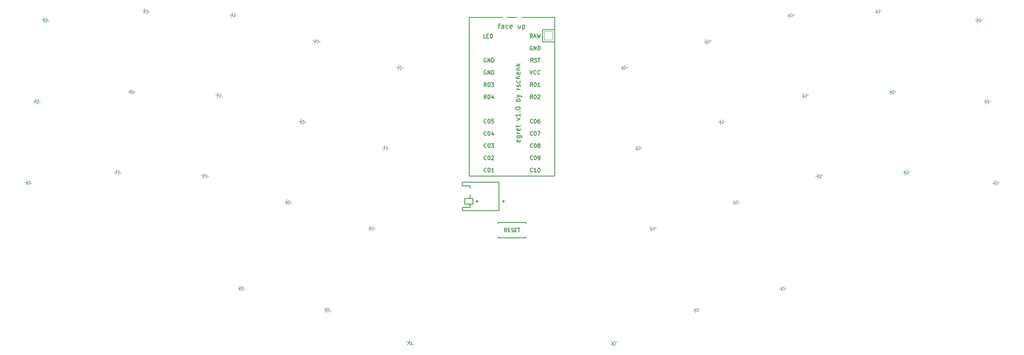
<source format=gbr>
%TF.GenerationSoftware,KiCad,Pcbnew,(6.0.7-1)-1*%
%TF.CreationDate,2022-09-13T20:48:51-04:00*%
%TF.ProjectId,egret,65677265-742e-46b6-9963-61645f706362,v1.0.0*%
%TF.SameCoordinates,Original*%
%TF.FileFunction,Legend,Top*%
%TF.FilePolarity,Positive*%
%FSLAX46Y46*%
G04 Gerber Fmt 4.6, Leading zero omitted, Abs format (unit mm)*
G04 Created by KiCad (PCBNEW (6.0.7-1)-1) date 2022-09-13 20:48:51*
%MOMM*%
%LPD*%
G01*
G04 APERTURE LIST*
G04 Aperture macros list*
%AMRoundRect*
0 Rectangle with rounded corners*
0 $1 Rounding radius*
0 $2 $3 $4 $5 $6 $7 $8 $9 X,Y pos of 4 corners*
0 Add a 4 corners polygon primitive as box body*
4,1,4,$2,$3,$4,$5,$6,$7,$8,$9,$2,$3,0*
0 Add four circle primitives for the rounded corners*
1,1,$1+$1,$2,$3*
1,1,$1+$1,$4,$5*
1,1,$1+$1,$6,$7*
1,1,$1+$1,$8,$9*
0 Add four rect primitives between the rounded corners*
20,1,$1+$1,$2,$3,$4,$5,0*
20,1,$1+$1,$4,$5,$6,$7,0*
20,1,$1+$1,$6,$7,$8,$9,0*
20,1,$1+$1,$8,$9,$2,$3,0*%
G04 Aperture macros list end*
%ADD10C,0.150000*%
%ADD11C,0.100000*%
%ADD12R,1.752600X1.752600*%
%ADD13C,1.752600*%
%ADD14C,1.100000*%
%ADD15RoundRect,0.050000X-0.547352X-0.512743X0.338975X-0.669026X0.547352X0.512743X-0.338975X0.669026X0*%
%ADD16C,1.801800*%
%ADD17C,3.100000*%
%ADD18C,3.529000*%
%ADD19RoundRect,0.050000X-0.876300X0.876300X-0.876300X-0.876300X0.876300X-0.876300X0.876300X0.876300X0*%
%ADD20C,1.852600*%
%ADD21RoundRect,0.050000X-0.667480X-0.342009X0.141435X-0.736543X0.667480X0.342009X-0.141435X0.736543X0*%
%ADD22RoundRect,0.050000X-0.338975X-0.669026X0.547352X-0.512743X0.338975X0.669026X-0.547352X0.512743X0*%
%ADD23C,4.500000*%
%ADD24RoundRect,0.050000X-0.510252X-0.549675X0.384818X-0.643751X0.510252X0.549675X-0.384818X0.643751X0*%
%ADD25RoundRect,0.050000X0.850000X-0.600000X0.850000X0.600000X-0.850000X0.600000X-0.850000X-0.600000X0*%
%ADD26O,1.800000X1.300000*%
%ADD27RoundRect,0.050000X-0.242565X-0.709692X0.613386X-0.431576X0.242565X0.709692X-0.613386X0.431576X0*%
%ADD28RoundRect,0.050000X-0.384818X-0.643751X0.510252X-0.549675X0.384818X0.643751X-0.510252X0.549675X0*%
%ADD29RoundRect,0.050000X-0.141435X-0.736543X0.667480X-0.342009X0.141435X0.736543X-0.667480X0.342009X0*%
%ADD30C,2.100000*%
%ADD31RoundRect,0.050000X-0.613386X-0.431576X0.242565X-0.709692X0.613386X0.431576X-0.242565X0.709692X0*%
G04 APERTURE END LIST*
D10*
X208129761Y-107214285D02*
X208177380Y-107309523D01*
X208177380Y-107500000D01*
X208129761Y-107595238D01*
X208034523Y-107642857D01*
X207653571Y-107642857D01*
X207558333Y-107595238D01*
X207510714Y-107500000D01*
X207510714Y-107309523D01*
X207558333Y-107214285D01*
X207653571Y-107166666D01*
X207748809Y-107166666D01*
X207844047Y-107642857D01*
X207510714Y-106309523D02*
X208320238Y-106309523D01*
X208415476Y-106357142D01*
X208463095Y-106404761D01*
X208510714Y-106500000D01*
X208510714Y-106642857D01*
X208463095Y-106738095D01*
X208129761Y-106309523D02*
X208177380Y-106404761D01*
X208177380Y-106595238D01*
X208129761Y-106690476D01*
X208082142Y-106738095D01*
X207986904Y-106785714D01*
X207701190Y-106785714D01*
X207605952Y-106738095D01*
X207558333Y-106690476D01*
X207510714Y-106595238D01*
X207510714Y-106404761D01*
X207558333Y-106309523D01*
X208177380Y-105833333D02*
X207510714Y-105833333D01*
X207701190Y-105833333D02*
X207605952Y-105785714D01*
X207558333Y-105738095D01*
X207510714Y-105642857D01*
X207510714Y-105547619D01*
X208129761Y-104833333D02*
X208177380Y-104928571D01*
X208177380Y-105119047D01*
X208129761Y-105214285D01*
X208034523Y-105261904D01*
X207653571Y-105261904D01*
X207558333Y-105214285D01*
X207510714Y-105119047D01*
X207510714Y-104928571D01*
X207558333Y-104833333D01*
X207653571Y-104785714D01*
X207748809Y-104785714D01*
X207844047Y-105261904D01*
X207510714Y-104500000D02*
X207510714Y-104119047D01*
X207177380Y-104357142D02*
X208034523Y-104357142D01*
X208129761Y-104309523D01*
X208177380Y-104214285D01*
X208177380Y-104119047D01*
X207510714Y-103119047D02*
X208177380Y-102880952D01*
X207510714Y-102642857D01*
X208177380Y-101738095D02*
X208177380Y-102309523D01*
X208177380Y-102023809D02*
X207177380Y-102023809D01*
X207320238Y-102119047D01*
X207415476Y-102214285D01*
X207463095Y-102309523D01*
X208082142Y-101309523D02*
X208129761Y-101261904D01*
X208177380Y-101309523D01*
X208129761Y-101357142D01*
X208082142Y-101309523D01*
X208177380Y-101309523D01*
X207177380Y-100642857D02*
X207177380Y-100547619D01*
X207225000Y-100452380D01*
X207272619Y-100404761D01*
X207367857Y-100357142D01*
X207558333Y-100309523D01*
X207796428Y-100309523D01*
X207986904Y-100357142D01*
X208082142Y-100404761D01*
X208129761Y-100452380D01*
X208177380Y-100547619D01*
X208177380Y-100642857D01*
X208129761Y-100738095D01*
X208082142Y-100785714D01*
X207986904Y-100833333D01*
X207796428Y-100880952D01*
X207558333Y-100880952D01*
X207367857Y-100833333D01*
X207272619Y-100785714D01*
X207225000Y-100738095D01*
X207177380Y-100642857D01*
X208177380Y-99119047D02*
X207177380Y-99119047D01*
X207558333Y-99119047D02*
X207510714Y-99023809D01*
X207510714Y-98833333D01*
X207558333Y-98738095D01*
X207605952Y-98690476D01*
X207701190Y-98642857D01*
X207986904Y-98642857D01*
X208082142Y-98690476D01*
X208129761Y-98738095D01*
X208177380Y-98833333D01*
X208177380Y-99023809D01*
X208129761Y-99119047D01*
X207510714Y-98309523D02*
X208177380Y-98071428D01*
X207510714Y-97833333D02*
X208177380Y-98071428D01*
X208415476Y-98166666D01*
X208463095Y-98214285D01*
X208510714Y-98309523D01*
X208177380Y-96690476D02*
X207510714Y-96690476D01*
X207701190Y-96690476D02*
X207605952Y-96642857D01*
X207558333Y-96595238D01*
X207510714Y-96500000D01*
X207510714Y-96404761D01*
X208129761Y-96119047D02*
X208177380Y-96023809D01*
X208177380Y-95833333D01*
X208129761Y-95738095D01*
X208034523Y-95690476D01*
X207986904Y-95690476D01*
X207891666Y-95738095D01*
X207844047Y-95833333D01*
X207844047Y-95976190D01*
X207796428Y-96071428D01*
X207701190Y-96119047D01*
X207653571Y-96119047D01*
X207558333Y-96071428D01*
X207510714Y-95976190D01*
X207510714Y-95833333D01*
X207558333Y-95738095D01*
X208129761Y-94833333D02*
X208177380Y-94928571D01*
X208177380Y-95119047D01*
X208129761Y-95214285D01*
X208082142Y-95261904D01*
X207986904Y-95309523D01*
X207701190Y-95309523D01*
X207605952Y-95261904D01*
X207558333Y-95214285D01*
X207510714Y-95119047D01*
X207510714Y-94928571D01*
X207558333Y-94833333D01*
X208177380Y-94404761D02*
X207177380Y-94404761D01*
X208177380Y-93976190D02*
X207653571Y-93976190D01*
X207558333Y-94023809D01*
X207510714Y-94119047D01*
X207510714Y-94261904D01*
X207558333Y-94357142D01*
X207605952Y-94404761D01*
X208129761Y-93119047D02*
X208177380Y-93214285D01*
X208177380Y-93404761D01*
X208129761Y-93500000D01*
X208034523Y-93547619D01*
X207653571Y-93547619D01*
X207558333Y-93500000D01*
X207510714Y-93404761D01*
X207510714Y-93214285D01*
X207558333Y-93119047D01*
X207653571Y-93071428D01*
X207748809Y-93071428D01*
X207844047Y-93547619D01*
X207510714Y-92642857D02*
X208177380Y-92642857D01*
X207605952Y-92642857D02*
X207558333Y-92595238D01*
X207510714Y-92500000D01*
X207510714Y-92357142D01*
X207558333Y-92261904D01*
X207653571Y-92214285D01*
X208177380Y-92214285D01*
X208177380Y-91738095D02*
X207177380Y-91738095D01*
X207796428Y-91642857D02*
X208177380Y-91357142D01*
X207510714Y-91357142D02*
X207891666Y-91738095D01*
X203639285Y-83285714D02*
X204020238Y-83285714D01*
X203782142Y-83952380D02*
X203782142Y-83095238D01*
X203829761Y-83000000D01*
X203925000Y-82952380D01*
X204020238Y-82952380D01*
X204782142Y-83952380D02*
X204782142Y-83428571D01*
X204734523Y-83333333D01*
X204639285Y-83285714D01*
X204448809Y-83285714D01*
X204353571Y-83333333D01*
X204782142Y-83904761D02*
X204686904Y-83952380D01*
X204448809Y-83952380D01*
X204353571Y-83904761D01*
X204305952Y-83809523D01*
X204305952Y-83714285D01*
X204353571Y-83619047D01*
X204448809Y-83571428D01*
X204686904Y-83571428D01*
X204782142Y-83523809D01*
X205686904Y-83904761D02*
X205591666Y-83952380D01*
X205401190Y-83952380D01*
X205305952Y-83904761D01*
X205258333Y-83857142D01*
X205210714Y-83761904D01*
X205210714Y-83476190D01*
X205258333Y-83380952D01*
X205305952Y-83333333D01*
X205401190Y-83285714D01*
X205591666Y-83285714D01*
X205686904Y-83333333D01*
X206496428Y-83904761D02*
X206401190Y-83952380D01*
X206210714Y-83952380D01*
X206115476Y-83904761D01*
X206067857Y-83809523D01*
X206067857Y-83428571D01*
X206115476Y-83333333D01*
X206210714Y-83285714D01*
X206401190Y-83285714D01*
X206496428Y-83333333D01*
X206544047Y-83428571D01*
X206544047Y-83523809D01*
X206067857Y-83619047D01*
X208163095Y-83285714D02*
X208163095Y-83952380D01*
X207734523Y-83285714D02*
X207734523Y-83809523D01*
X207782142Y-83904761D01*
X207877380Y-83952380D01*
X208020238Y-83952380D01*
X208115476Y-83904761D01*
X208163095Y-83857142D01*
X208639285Y-83285714D02*
X208639285Y-84285714D01*
X208639285Y-83333333D02*
X208734523Y-83285714D01*
X208925000Y-83285714D01*
X209020238Y-83333333D01*
X209067857Y-83380952D01*
X209115476Y-83476190D01*
X209115476Y-83761904D01*
X209067857Y-83857142D01*
X209020238Y-83904761D01*
X208925000Y-83952380D01*
X208734523Y-83952380D01*
X208639285Y-83904761D01*
%TO.C,MCU1*%
X201140845Y-108692261D02*
X201102750Y-108730356D01*
X200988464Y-108768451D01*
X200912273Y-108768451D01*
X200797988Y-108730356D01*
X200721797Y-108654166D01*
X200683702Y-108577975D01*
X200645607Y-108425594D01*
X200645607Y-108311308D01*
X200683702Y-108158927D01*
X200721797Y-108082737D01*
X200797988Y-108006547D01*
X200912273Y-107968451D01*
X200988464Y-107968451D01*
X201102750Y-108006547D01*
X201140845Y-108044642D01*
X201636083Y-107968451D02*
X201712273Y-107968451D01*
X201788464Y-108006547D01*
X201826559Y-108044642D01*
X201864654Y-108120832D01*
X201902750Y-108273213D01*
X201902750Y-108463689D01*
X201864654Y-108616070D01*
X201826559Y-108692261D01*
X201788464Y-108730356D01*
X201712273Y-108768451D01*
X201636083Y-108768451D01*
X201559892Y-108730356D01*
X201521797Y-108692261D01*
X201483702Y-108616070D01*
X201445607Y-108463689D01*
X201445607Y-108273213D01*
X201483702Y-108120832D01*
X201521797Y-108044642D01*
X201559892Y-108006547D01*
X201636083Y-107968451D01*
X202169416Y-107968451D02*
X202664654Y-107968451D01*
X202397988Y-108273213D01*
X202512273Y-108273213D01*
X202588464Y-108311308D01*
X202626559Y-108349404D01*
X202664654Y-108425594D01*
X202664654Y-108616070D01*
X202626559Y-108692261D01*
X202588464Y-108730356D01*
X202512273Y-108768451D01*
X202283702Y-108768451D01*
X202207511Y-108730356D01*
X202169416Y-108692261D01*
X200965845Y-85978451D02*
X200584892Y-85978451D01*
X200584892Y-85178451D01*
X201232511Y-85559404D02*
X201499178Y-85559404D01*
X201613464Y-85978451D02*
X201232511Y-85978451D01*
X201232511Y-85178451D01*
X201613464Y-85178451D01*
X201956321Y-85978451D02*
X201956321Y-85178451D01*
X202146797Y-85178451D01*
X202261083Y-85216547D01*
X202337273Y-85292737D01*
X202375369Y-85368927D01*
X202413464Y-85521308D01*
X202413464Y-85635594D01*
X202375369Y-85787975D01*
X202337273Y-85864166D01*
X202261083Y-85940356D01*
X202146797Y-85978451D01*
X201956321Y-85978451D01*
X201140845Y-106152261D02*
X201102750Y-106190356D01*
X200988464Y-106228451D01*
X200912273Y-106228451D01*
X200797988Y-106190356D01*
X200721797Y-106114166D01*
X200683702Y-106037975D01*
X200645607Y-105885594D01*
X200645607Y-105771308D01*
X200683702Y-105618927D01*
X200721797Y-105542737D01*
X200797988Y-105466547D01*
X200912273Y-105428451D01*
X200988464Y-105428451D01*
X201102750Y-105466547D01*
X201140845Y-105504642D01*
X201636083Y-105428451D02*
X201712273Y-105428451D01*
X201788464Y-105466547D01*
X201826559Y-105504642D01*
X201864654Y-105580832D01*
X201902750Y-105733213D01*
X201902750Y-105923689D01*
X201864654Y-106076070D01*
X201826559Y-106152261D01*
X201788464Y-106190356D01*
X201712273Y-106228451D01*
X201636083Y-106228451D01*
X201559892Y-106190356D01*
X201521797Y-106152261D01*
X201483702Y-106076070D01*
X201445607Y-105923689D01*
X201445607Y-105733213D01*
X201483702Y-105580832D01*
X201521797Y-105504642D01*
X201559892Y-105466547D01*
X201636083Y-105428451D01*
X202588464Y-105695118D02*
X202588464Y-106228451D01*
X202397988Y-105390356D02*
X202207511Y-105961785D01*
X202702750Y-105961785D01*
X210740845Y-113772261D02*
X210702750Y-113810356D01*
X210588464Y-113848451D01*
X210512273Y-113848451D01*
X210397988Y-113810356D01*
X210321797Y-113734166D01*
X210283702Y-113657975D01*
X210245607Y-113505594D01*
X210245607Y-113391308D01*
X210283702Y-113238927D01*
X210321797Y-113162737D01*
X210397988Y-113086547D01*
X210512273Y-113048451D01*
X210588464Y-113048451D01*
X210702750Y-113086547D01*
X210740845Y-113124642D01*
X211502750Y-113848451D02*
X211045607Y-113848451D01*
X211274178Y-113848451D02*
X211274178Y-113048451D01*
X211197988Y-113162737D01*
X211121797Y-113238927D01*
X211045607Y-113277023D01*
X211997988Y-113048451D02*
X212074178Y-113048451D01*
X212150369Y-113086547D01*
X212188464Y-113124642D01*
X212226559Y-113200832D01*
X212264654Y-113353213D01*
X212264654Y-113543689D01*
X212226559Y-113696070D01*
X212188464Y-113772261D01*
X212150369Y-113810356D01*
X212074178Y-113848451D01*
X211997988Y-113848451D01*
X211921797Y-113810356D01*
X211883702Y-113772261D01*
X211845607Y-113696070D01*
X211807511Y-113543689D01*
X211807511Y-113353213D01*
X211845607Y-113200832D01*
X211883702Y-113124642D01*
X211921797Y-113086547D01*
X211997988Y-113048451D01*
X210740845Y-103612261D02*
X210702750Y-103650356D01*
X210588464Y-103688451D01*
X210512273Y-103688451D01*
X210397988Y-103650356D01*
X210321797Y-103574166D01*
X210283702Y-103497975D01*
X210245607Y-103345594D01*
X210245607Y-103231308D01*
X210283702Y-103078927D01*
X210321797Y-103002737D01*
X210397988Y-102926547D01*
X210512273Y-102888451D01*
X210588464Y-102888451D01*
X210702750Y-102926547D01*
X210740845Y-102964642D01*
X211236083Y-102888451D02*
X211312273Y-102888451D01*
X211388464Y-102926547D01*
X211426559Y-102964642D01*
X211464654Y-103040832D01*
X211502750Y-103193213D01*
X211502750Y-103383689D01*
X211464654Y-103536070D01*
X211426559Y-103612261D01*
X211388464Y-103650356D01*
X211312273Y-103688451D01*
X211236083Y-103688451D01*
X211159892Y-103650356D01*
X211121797Y-103612261D01*
X211083702Y-103536070D01*
X211045607Y-103383689D01*
X211045607Y-103193213D01*
X211083702Y-103040832D01*
X211121797Y-102964642D01*
X211159892Y-102926547D01*
X211236083Y-102888451D01*
X212188464Y-102888451D02*
X212036083Y-102888451D01*
X211959892Y-102926547D01*
X211921797Y-102964642D01*
X211845607Y-103078927D01*
X211807511Y-103231308D01*
X211807511Y-103536070D01*
X211845607Y-103612261D01*
X211883702Y-103650356D01*
X211959892Y-103688451D01*
X212112273Y-103688451D01*
X212188464Y-103650356D01*
X212226559Y-103612261D01*
X212264654Y-103536070D01*
X212264654Y-103345594D01*
X212226559Y-103269404D01*
X212188464Y-103231308D01*
X212112273Y-103193213D01*
X211959892Y-103193213D01*
X211883702Y-103231308D01*
X211845607Y-103269404D01*
X211807511Y-103345594D01*
X210702750Y-85908451D02*
X210436083Y-85527499D01*
X210245607Y-85908451D02*
X210245607Y-85108451D01*
X210550369Y-85108451D01*
X210626559Y-85146547D01*
X210664654Y-85184642D01*
X210702750Y-85260832D01*
X210702750Y-85375118D01*
X210664654Y-85451308D01*
X210626559Y-85489404D01*
X210550369Y-85527499D01*
X210245607Y-85527499D01*
X211007511Y-85679880D02*
X211388464Y-85679880D01*
X210931321Y-85908451D02*
X211197988Y-85108451D01*
X211464654Y-85908451D01*
X211655131Y-85108451D02*
X211845607Y-85908451D01*
X211997988Y-85337023D01*
X212150369Y-85908451D01*
X212340845Y-85108451D01*
X210188464Y-92728451D02*
X210455131Y-93528451D01*
X210721797Y-92728451D01*
X211445607Y-93452261D02*
X211407511Y-93490356D01*
X211293226Y-93528451D01*
X211217035Y-93528451D01*
X211102750Y-93490356D01*
X211026559Y-93414166D01*
X210988464Y-93337975D01*
X210950369Y-93185594D01*
X210950369Y-93071308D01*
X210988464Y-92918927D01*
X211026559Y-92842737D01*
X211102750Y-92766547D01*
X211217035Y-92728451D01*
X211293226Y-92728451D01*
X211407511Y-92766547D01*
X211445607Y-92804642D01*
X212245607Y-93452261D02*
X212207511Y-93490356D01*
X212093226Y-93528451D01*
X212017035Y-93528451D01*
X211902750Y-93490356D01*
X211826559Y-93414166D01*
X211788464Y-93337975D01*
X211750369Y-93185594D01*
X211750369Y-93071308D01*
X211788464Y-92918927D01*
X211826559Y-92842737D01*
X211902750Y-92766547D01*
X212017035Y-92728451D01*
X212093226Y-92728451D01*
X212207511Y-92766547D01*
X212245607Y-92804642D01*
X201045607Y-92766547D02*
X200969416Y-92728451D01*
X200855131Y-92728451D01*
X200740845Y-92766547D01*
X200664654Y-92842737D01*
X200626559Y-92918927D01*
X200588464Y-93071308D01*
X200588464Y-93185594D01*
X200626559Y-93337975D01*
X200664654Y-93414166D01*
X200740845Y-93490356D01*
X200855131Y-93528451D01*
X200931321Y-93528451D01*
X201045607Y-93490356D01*
X201083702Y-93452261D01*
X201083702Y-93185594D01*
X200931321Y-93185594D01*
X201426559Y-93528451D02*
X201426559Y-92728451D01*
X201883702Y-93528451D01*
X201883702Y-92728451D01*
X202264654Y-93528451D02*
X202264654Y-92728451D01*
X202455131Y-92728451D01*
X202569416Y-92766547D01*
X202645607Y-92842737D01*
X202683702Y-92918927D01*
X202721797Y-93071308D01*
X202721797Y-93185594D01*
X202683702Y-93337975D01*
X202645607Y-93414166D01*
X202569416Y-93490356D01*
X202455131Y-93528451D01*
X202264654Y-93528451D01*
X210740845Y-98608451D02*
X210474178Y-98227499D01*
X210283702Y-98608451D02*
X210283702Y-97808451D01*
X210588464Y-97808451D01*
X210664654Y-97846547D01*
X210702750Y-97884642D01*
X210740845Y-97960832D01*
X210740845Y-98075118D01*
X210702750Y-98151308D01*
X210664654Y-98189404D01*
X210588464Y-98227499D01*
X210283702Y-98227499D01*
X211236083Y-97808451D02*
X211312273Y-97808451D01*
X211388464Y-97846547D01*
X211426559Y-97884642D01*
X211464654Y-97960832D01*
X211502750Y-98113213D01*
X211502750Y-98303689D01*
X211464654Y-98456070D01*
X211426559Y-98532261D01*
X211388464Y-98570356D01*
X211312273Y-98608451D01*
X211236083Y-98608451D01*
X211159892Y-98570356D01*
X211121797Y-98532261D01*
X211083702Y-98456070D01*
X211045607Y-98303689D01*
X211045607Y-98113213D01*
X211083702Y-97960832D01*
X211121797Y-97884642D01*
X211159892Y-97846547D01*
X211236083Y-97808451D01*
X211807511Y-97884642D02*
X211845607Y-97846547D01*
X211921797Y-97808451D01*
X212112273Y-97808451D01*
X212188464Y-97846547D01*
X212226559Y-97884642D01*
X212264654Y-97960832D01*
X212264654Y-98037023D01*
X212226559Y-98151308D01*
X211769416Y-98608451D01*
X212264654Y-98608451D01*
X210740845Y-111232261D02*
X210702750Y-111270356D01*
X210588464Y-111308451D01*
X210512273Y-111308451D01*
X210397988Y-111270356D01*
X210321797Y-111194166D01*
X210283702Y-111117975D01*
X210245607Y-110965594D01*
X210245607Y-110851308D01*
X210283702Y-110698927D01*
X210321797Y-110622737D01*
X210397988Y-110546547D01*
X210512273Y-110508451D01*
X210588464Y-110508451D01*
X210702750Y-110546547D01*
X210740845Y-110584642D01*
X211236083Y-110508451D02*
X211312273Y-110508451D01*
X211388464Y-110546547D01*
X211426559Y-110584642D01*
X211464654Y-110660832D01*
X211502750Y-110813213D01*
X211502750Y-111003689D01*
X211464654Y-111156070D01*
X211426559Y-111232261D01*
X211388464Y-111270356D01*
X211312273Y-111308451D01*
X211236083Y-111308451D01*
X211159892Y-111270356D01*
X211121797Y-111232261D01*
X211083702Y-111156070D01*
X211045607Y-111003689D01*
X211045607Y-110813213D01*
X211083702Y-110660832D01*
X211121797Y-110584642D01*
X211159892Y-110546547D01*
X211236083Y-110508451D01*
X211883702Y-111308451D02*
X212036083Y-111308451D01*
X212112273Y-111270356D01*
X212150369Y-111232261D01*
X212226559Y-111117975D01*
X212264654Y-110965594D01*
X212264654Y-110660832D01*
X212226559Y-110584642D01*
X212188464Y-110546547D01*
X212112273Y-110508451D01*
X211959892Y-110508451D01*
X211883702Y-110546547D01*
X211845607Y-110584642D01*
X211807511Y-110660832D01*
X211807511Y-110851308D01*
X211845607Y-110927499D01*
X211883702Y-110965594D01*
X211959892Y-111003689D01*
X212112273Y-111003689D01*
X212188464Y-110965594D01*
X212226559Y-110927499D01*
X212264654Y-110851308D01*
X210740845Y-108692261D02*
X210702750Y-108730356D01*
X210588464Y-108768451D01*
X210512273Y-108768451D01*
X210397988Y-108730356D01*
X210321797Y-108654166D01*
X210283702Y-108577975D01*
X210245607Y-108425594D01*
X210245607Y-108311308D01*
X210283702Y-108158927D01*
X210321797Y-108082737D01*
X210397988Y-108006547D01*
X210512273Y-107968451D01*
X210588464Y-107968451D01*
X210702750Y-108006547D01*
X210740845Y-108044642D01*
X211236083Y-107968451D02*
X211312273Y-107968451D01*
X211388464Y-108006547D01*
X211426559Y-108044642D01*
X211464654Y-108120832D01*
X211502750Y-108273213D01*
X211502750Y-108463689D01*
X211464654Y-108616070D01*
X211426559Y-108692261D01*
X211388464Y-108730356D01*
X211312273Y-108768451D01*
X211236083Y-108768451D01*
X211159892Y-108730356D01*
X211121797Y-108692261D01*
X211083702Y-108616070D01*
X211045607Y-108463689D01*
X211045607Y-108273213D01*
X211083702Y-108120832D01*
X211121797Y-108044642D01*
X211159892Y-108006547D01*
X211236083Y-107968451D01*
X211959892Y-108311308D02*
X211883702Y-108273213D01*
X211845607Y-108235118D01*
X211807511Y-108158927D01*
X211807511Y-108120832D01*
X211845607Y-108044642D01*
X211883702Y-108006547D01*
X211959892Y-107968451D01*
X212112273Y-107968451D01*
X212188464Y-108006547D01*
X212226559Y-108044642D01*
X212264654Y-108120832D01*
X212264654Y-108158927D01*
X212226559Y-108235118D01*
X212188464Y-108273213D01*
X212112273Y-108311308D01*
X211959892Y-108311308D01*
X211883702Y-108349404D01*
X211845607Y-108387499D01*
X211807511Y-108463689D01*
X211807511Y-108616070D01*
X211845607Y-108692261D01*
X211883702Y-108730356D01*
X211959892Y-108768451D01*
X212112273Y-108768451D01*
X212188464Y-108730356D01*
X212226559Y-108692261D01*
X212264654Y-108616070D01*
X212264654Y-108463689D01*
X212226559Y-108387499D01*
X212188464Y-108349404D01*
X212112273Y-108311308D01*
X201140845Y-111232261D02*
X201102750Y-111270356D01*
X200988464Y-111308451D01*
X200912273Y-111308451D01*
X200797988Y-111270356D01*
X200721797Y-111194166D01*
X200683702Y-111117975D01*
X200645607Y-110965594D01*
X200645607Y-110851308D01*
X200683702Y-110698927D01*
X200721797Y-110622737D01*
X200797988Y-110546547D01*
X200912273Y-110508451D01*
X200988464Y-110508451D01*
X201102750Y-110546547D01*
X201140845Y-110584642D01*
X201636083Y-110508451D02*
X201712273Y-110508451D01*
X201788464Y-110546547D01*
X201826559Y-110584642D01*
X201864654Y-110660832D01*
X201902750Y-110813213D01*
X201902750Y-111003689D01*
X201864654Y-111156070D01*
X201826559Y-111232261D01*
X201788464Y-111270356D01*
X201712273Y-111308451D01*
X201636083Y-111308451D01*
X201559892Y-111270356D01*
X201521797Y-111232261D01*
X201483702Y-111156070D01*
X201445607Y-111003689D01*
X201445607Y-110813213D01*
X201483702Y-110660832D01*
X201521797Y-110584642D01*
X201559892Y-110546547D01*
X201636083Y-110508451D01*
X202207511Y-110584642D02*
X202245607Y-110546547D01*
X202321797Y-110508451D01*
X202512273Y-110508451D01*
X202588464Y-110546547D01*
X202626559Y-110584642D01*
X202664654Y-110660832D01*
X202664654Y-110737023D01*
X202626559Y-110851308D01*
X202169416Y-111308451D01*
X202664654Y-111308451D01*
X210740845Y-106152261D02*
X210702750Y-106190356D01*
X210588464Y-106228451D01*
X210512273Y-106228451D01*
X210397988Y-106190356D01*
X210321797Y-106114166D01*
X210283702Y-106037975D01*
X210245607Y-105885594D01*
X210245607Y-105771308D01*
X210283702Y-105618927D01*
X210321797Y-105542737D01*
X210397988Y-105466547D01*
X210512273Y-105428451D01*
X210588464Y-105428451D01*
X210702750Y-105466547D01*
X210740845Y-105504642D01*
X211236083Y-105428451D02*
X211312273Y-105428451D01*
X211388464Y-105466547D01*
X211426559Y-105504642D01*
X211464654Y-105580832D01*
X211502750Y-105733213D01*
X211502750Y-105923689D01*
X211464654Y-106076070D01*
X211426559Y-106152261D01*
X211388464Y-106190356D01*
X211312273Y-106228451D01*
X211236083Y-106228451D01*
X211159892Y-106190356D01*
X211121797Y-106152261D01*
X211083702Y-106076070D01*
X211045607Y-105923689D01*
X211045607Y-105733213D01*
X211083702Y-105580832D01*
X211121797Y-105504642D01*
X211159892Y-105466547D01*
X211236083Y-105428451D01*
X211769416Y-105428451D02*
X212302750Y-105428451D01*
X211959892Y-106228451D01*
X201045607Y-90226547D02*
X200969416Y-90188451D01*
X200855131Y-90188451D01*
X200740845Y-90226547D01*
X200664654Y-90302737D01*
X200626559Y-90378927D01*
X200588464Y-90531308D01*
X200588464Y-90645594D01*
X200626559Y-90797975D01*
X200664654Y-90874166D01*
X200740845Y-90950356D01*
X200855131Y-90988451D01*
X200931321Y-90988451D01*
X201045607Y-90950356D01*
X201083702Y-90912261D01*
X201083702Y-90645594D01*
X200931321Y-90645594D01*
X201426559Y-90988451D02*
X201426559Y-90188451D01*
X201883702Y-90988451D01*
X201883702Y-90188451D01*
X202264654Y-90988451D02*
X202264654Y-90188451D01*
X202455131Y-90188451D01*
X202569416Y-90226547D01*
X202645607Y-90302737D01*
X202683702Y-90378927D01*
X202721797Y-90531308D01*
X202721797Y-90645594D01*
X202683702Y-90797975D01*
X202645607Y-90874166D01*
X202569416Y-90950356D01*
X202455131Y-90988451D01*
X202264654Y-90988451D01*
X201140845Y-113772261D02*
X201102750Y-113810356D01*
X200988464Y-113848451D01*
X200912273Y-113848451D01*
X200797988Y-113810356D01*
X200721797Y-113734166D01*
X200683702Y-113657975D01*
X200645607Y-113505594D01*
X200645607Y-113391308D01*
X200683702Y-113238927D01*
X200721797Y-113162737D01*
X200797988Y-113086547D01*
X200912273Y-113048451D01*
X200988464Y-113048451D01*
X201102750Y-113086547D01*
X201140845Y-113124642D01*
X201636083Y-113048451D02*
X201712273Y-113048451D01*
X201788464Y-113086547D01*
X201826559Y-113124642D01*
X201864654Y-113200832D01*
X201902750Y-113353213D01*
X201902750Y-113543689D01*
X201864654Y-113696070D01*
X201826559Y-113772261D01*
X201788464Y-113810356D01*
X201712273Y-113848451D01*
X201636083Y-113848451D01*
X201559892Y-113810356D01*
X201521797Y-113772261D01*
X201483702Y-113696070D01*
X201445607Y-113543689D01*
X201445607Y-113353213D01*
X201483702Y-113200832D01*
X201521797Y-113124642D01*
X201559892Y-113086547D01*
X201636083Y-113048451D01*
X202664654Y-113848451D02*
X202207511Y-113848451D01*
X202436083Y-113848451D02*
X202436083Y-113048451D01*
X202359892Y-113162737D01*
X202283702Y-113238927D01*
X202207511Y-113277023D01*
X210645607Y-87686547D02*
X210569416Y-87648451D01*
X210455131Y-87648451D01*
X210340845Y-87686547D01*
X210264654Y-87762737D01*
X210226559Y-87838927D01*
X210188464Y-87991308D01*
X210188464Y-88105594D01*
X210226559Y-88257975D01*
X210264654Y-88334166D01*
X210340845Y-88410356D01*
X210455131Y-88448451D01*
X210531321Y-88448451D01*
X210645607Y-88410356D01*
X210683702Y-88372261D01*
X210683702Y-88105594D01*
X210531321Y-88105594D01*
X211026559Y-88448451D02*
X211026559Y-87648451D01*
X211483702Y-88448451D01*
X211483702Y-87648451D01*
X211864654Y-88448451D02*
X211864654Y-87648451D01*
X212055131Y-87648451D01*
X212169416Y-87686547D01*
X212245607Y-87762737D01*
X212283702Y-87838927D01*
X212321797Y-87991308D01*
X212321797Y-88105594D01*
X212283702Y-88257975D01*
X212245607Y-88334166D01*
X212169416Y-88410356D01*
X212055131Y-88448451D01*
X211864654Y-88448451D01*
X201140845Y-103612261D02*
X201102750Y-103650356D01*
X200988464Y-103688451D01*
X200912273Y-103688451D01*
X200797988Y-103650356D01*
X200721797Y-103574166D01*
X200683702Y-103497975D01*
X200645607Y-103345594D01*
X200645607Y-103231308D01*
X200683702Y-103078927D01*
X200721797Y-103002737D01*
X200797988Y-102926547D01*
X200912273Y-102888451D01*
X200988464Y-102888451D01*
X201102750Y-102926547D01*
X201140845Y-102964642D01*
X201636083Y-102888451D02*
X201712273Y-102888451D01*
X201788464Y-102926547D01*
X201826559Y-102964642D01*
X201864654Y-103040832D01*
X201902750Y-103193213D01*
X201902750Y-103383689D01*
X201864654Y-103536070D01*
X201826559Y-103612261D01*
X201788464Y-103650356D01*
X201712273Y-103688451D01*
X201636083Y-103688451D01*
X201559892Y-103650356D01*
X201521797Y-103612261D01*
X201483702Y-103536070D01*
X201445607Y-103383689D01*
X201445607Y-103193213D01*
X201483702Y-103040832D01*
X201521797Y-102964642D01*
X201559892Y-102926547D01*
X201636083Y-102888451D01*
X202626559Y-102888451D02*
X202245607Y-102888451D01*
X202207511Y-103269404D01*
X202245607Y-103231308D01*
X202321797Y-103193213D01*
X202512273Y-103193213D01*
X202588464Y-103231308D01*
X202626559Y-103269404D01*
X202664654Y-103345594D01*
X202664654Y-103536070D01*
X202626559Y-103612261D01*
X202588464Y-103650356D01*
X202512273Y-103688451D01*
X202321797Y-103688451D01*
X202245607Y-103650356D01*
X202207511Y-103612261D01*
X201140845Y-98608451D02*
X200874178Y-98227499D01*
X200683702Y-98608451D02*
X200683702Y-97808451D01*
X200988464Y-97808451D01*
X201064654Y-97846547D01*
X201102750Y-97884642D01*
X201140845Y-97960832D01*
X201140845Y-98075118D01*
X201102750Y-98151308D01*
X201064654Y-98189404D01*
X200988464Y-98227499D01*
X200683702Y-98227499D01*
X201636083Y-97808451D02*
X201712273Y-97808451D01*
X201788464Y-97846547D01*
X201826559Y-97884642D01*
X201864654Y-97960832D01*
X201902750Y-98113213D01*
X201902750Y-98303689D01*
X201864654Y-98456070D01*
X201826559Y-98532261D01*
X201788464Y-98570356D01*
X201712273Y-98608451D01*
X201636083Y-98608451D01*
X201559892Y-98570356D01*
X201521797Y-98532261D01*
X201483702Y-98456070D01*
X201445607Y-98303689D01*
X201445607Y-98113213D01*
X201483702Y-97960832D01*
X201521797Y-97884642D01*
X201559892Y-97846547D01*
X201636083Y-97808451D01*
X202588464Y-98075118D02*
X202588464Y-98608451D01*
X202397988Y-97770356D02*
X202207511Y-98341785D01*
X202702750Y-98341785D01*
X201140845Y-96068451D02*
X200874178Y-95687499D01*
X200683702Y-96068451D02*
X200683702Y-95268451D01*
X200988464Y-95268451D01*
X201064654Y-95306547D01*
X201102750Y-95344642D01*
X201140845Y-95420832D01*
X201140845Y-95535118D01*
X201102750Y-95611308D01*
X201064654Y-95649404D01*
X200988464Y-95687499D01*
X200683702Y-95687499D01*
X201636083Y-95268451D02*
X201712273Y-95268451D01*
X201788464Y-95306547D01*
X201826559Y-95344642D01*
X201864654Y-95420832D01*
X201902750Y-95573213D01*
X201902750Y-95763689D01*
X201864654Y-95916070D01*
X201826559Y-95992261D01*
X201788464Y-96030356D01*
X201712273Y-96068451D01*
X201636083Y-96068451D01*
X201559892Y-96030356D01*
X201521797Y-95992261D01*
X201483702Y-95916070D01*
X201445607Y-95763689D01*
X201445607Y-95573213D01*
X201483702Y-95420832D01*
X201521797Y-95344642D01*
X201559892Y-95306547D01*
X201636083Y-95268451D01*
X202169416Y-95268451D02*
X202664654Y-95268451D01*
X202397988Y-95573213D01*
X202512273Y-95573213D01*
X202588464Y-95611308D01*
X202626559Y-95649404D01*
X202664654Y-95725594D01*
X202664654Y-95916070D01*
X202626559Y-95992261D01*
X202588464Y-96030356D01*
X202512273Y-96068451D01*
X202283702Y-96068451D01*
X202207511Y-96030356D01*
X202169416Y-95992261D01*
X210817035Y-90988451D02*
X210550369Y-90607499D01*
X210359892Y-90988451D02*
X210359892Y-90188451D01*
X210664654Y-90188451D01*
X210740845Y-90226547D01*
X210778940Y-90264642D01*
X210817035Y-90340832D01*
X210817035Y-90455118D01*
X210778940Y-90531308D01*
X210740845Y-90569404D01*
X210664654Y-90607499D01*
X210359892Y-90607499D01*
X211121797Y-90950356D02*
X211236083Y-90988451D01*
X211426559Y-90988451D01*
X211502750Y-90950356D01*
X211540845Y-90912261D01*
X211578940Y-90836070D01*
X211578940Y-90759880D01*
X211540845Y-90683689D01*
X211502750Y-90645594D01*
X211426559Y-90607499D01*
X211274178Y-90569404D01*
X211197988Y-90531308D01*
X211159892Y-90493213D01*
X211121797Y-90417023D01*
X211121797Y-90340832D01*
X211159892Y-90264642D01*
X211197988Y-90226547D01*
X211274178Y-90188451D01*
X211464654Y-90188451D01*
X211578940Y-90226547D01*
X211807511Y-90188451D02*
X212264654Y-90188451D01*
X212036083Y-90988451D02*
X212036083Y-90188451D01*
X210740845Y-96068451D02*
X210474178Y-95687499D01*
X210283702Y-96068451D02*
X210283702Y-95268451D01*
X210588464Y-95268451D01*
X210664654Y-95306547D01*
X210702750Y-95344642D01*
X210740845Y-95420832D01*
X210740845Y-95535118D01*
X210702750Y-95611308D01*
X210664654Y-95649404D01*
X210588464Y-95687499D01*
X210283702Y-95687499D01*
X211236083Y-95268451D02*
X211312273Y-95268451D01*
X211388464Y-95306547D01*
X211426559Y-95344642D01*
X211464654Y-95420832D01*
X211502750Y-95573213D01*
X211502750Y-95763689D01*
X211464654Y-95916070D01*
X211426559Y-95992261D01*
X211388464Y-96030356D01*
X211312273Y-96068451D01*
X211236083Y-96068451D01*
X211159892Y-96030356D01*
X211121797Y-95992261D01*
X211083702Y-95916070D01*
X211045607Y-95763689D01*
X211045607Y-95573213D01*
X211083702Y-95420832D01*
X211121797Y-95344642D01*
X211159892Y-95306547D01*
X211236083Y-95268451D01*
X212264654Y-96068451D02*
X211807511Y-96068451D01*
X212036083Y-96068451D02*
X212036083Y-95268451D01*
X211959892Y-95382737D01*
X211883702Y-95458927D01*
X211807511Y-95497023D01*
%TO.C,PAD1*%
%TO.C,B1*%
X205365844Y-126339292D02*
X205115844Y-125982149D01*
X204937272Y-126339292D02*
X204937272Y-125589292D01*
X205222987Y-125589292D01*
X205294415Y-125625007D01*
X205330130Y-125660721D01*
X205365844Y-125732149D01*
X205365844Y-125839292D01*
X205330130Y-125910721D01*
X205294415Y-125946435D01*
X205222987Y-125982149D01*
X204937272Y-125982149D01*
X205687272Y-125946435D02*
X205937272Y-125946435D01*
X206044415Y-126339292D02*
X205687272Y-126339292D01*
X205687272Y-125589292D01*
X206044415Y-125589292D01*
X206330130Y-126303578D02*
X206437272Y-126339292D01*
X206615844Y-126339292D01*
X206687272Y-126303578D01*
X206722987Y-126267864D01*
X206758701Y-126196435D01*
X206758701Y-126125007D01*
X206722987Y-126053578D01*
X206687272Y-126017864D01*
X206615844Y-125982149D01*
X206472987Y-125946435D01*
X206401558Y-125910721D01*
X206365844Y-125875007D01*
X206330130Y-125803578D01*
X206330130Y-125732149D01*
X206365844Y-125660721D01*
X206401558Y-125625007D01*
X206472987Y-125589292D01*
X206651558Y-125589292D01*
X206758701Y-125625007D01*
X207080130Y-125946435D02*
X207330130Y-125946435D01*
X207437272Y-126339292D02*
X207080130Y-126339292D01*
X207080130Y-125589292D01*
X207437272Y-125589292D01*
X207651558Y-125589292D02*
X208080130Y-125589292D01*
X207865844Y-126339292D02*
X207865844Y-125589292D01*
D11*
%TO.C,D11*%
X163188502Y-103071775D02*
X163049584Y-103859621D01*
X163049584Y-103859621D02*
X162528158Y-103361509D01*
X162528158Y-103361509D02*
X162432652Y-103903153D01*
X162134235Y-103292050D02*
X162528158Y-103361509D01*
X162528158Y-103361509D02*
X163188502Y-103071775D01*
X163119043Y-103465698D02*
X163611447Y-103552522D01*
X162528158Y-103361509D02*
X162623665Y-102819865D01*
%TO.C,D15*%
X183454645Y-91794630D02*
X183315727Y-92582476D01*
X183385186Y-92188553D02*
X183877590Y-92275377D01*
X182794301Y-92084364D02*
X182889808Y-91542720D01*
X182400378Y-92014905D02*
X182794301Y-92084364D01*
X182794301Y-92084364D02*
X183454645Y-91794630D01*
X183315727Y-92582476D02*
X182794301Y-92084364D01*
X182794301Y-92084364D02*
X182698795Y-92626008D01*
D10*
%TO.C,MCU1*%
X197565131Y-81736547D02*
X197565131Y-114756547D01*
X212805131Y-86816547D02*
X215345131Y-86816547D01*
X215345131Y-81736547D02*
X197565131Y-81736547D01*
X212805131Y-84276547D02*
X215345131Y-84276547D01*
X197565131Y-114756547D02*
X215345131Y-114756547D01*
X215345131Y-114756547D02*
X215345131Y-81736547D01*
X212805131Y-84276547D02*
X212805131Y-86816547D01*
D11*
%TO.C,D16*%
X149830150Y-138058652D02*
X149925657Y-137517008D01*
X150351576Y-138556764D02*
X149830150Y-138058652D01*
X149436227Y-137989193D02*
X149830150Y-138058652D01*
X150421035Y-138162841D02*
X150913439Y-138249665D01*
X149830150Y-138058652D02*
X150490494Y-137768918D01*
X150490494Y-137768918D02*
X150351576Y-138556764D01*
X149830150Y-138058652D02*
X149734644Y-138600296D01*
%TO.C,D18*%
X184937636Y-149363331D02*
X184696532Y-149857668D01*
X185301564Y-149985871D02*
X184937636Y-149363331D01*
X184578118Y-149187983D02*
X184937636Y-149363331D01*
X184937636Y-149363331D02*
X185178740Y-148868994D01*
X184937636Y-149363331D02*
X185652261Y-149266836D01*
X185476913Y-149626354D02*
X185926310Y-149845539D01*
X185652261Y-149266836D02*
X185301564Y-149985871D01*
%TO.C,D24*%
X282193798Y-80489998D02*
X282098292Y-79948354D01*
X282854142Y-80779732D02*
X282193798Y-80489998D01*
X282193798Y-80489998D02*
X282289305Y-81031642D01*
X282193798Y-80489998D02*
X282715224Y-79991886D01*
X281799875Y-80559457D02*
X282193798Y-80489998D01*
X282784683Y-80385809D02*
X283277087Y-80298985D01*
X282715224Y-79991886D02*
X282854142Y-80779732D01*
%TO.C,D23*%
X284751896Y-97301189D02*
X285145819Y-97231730D01*
X285145819Y-97231730D02*
X285241326Y-97773374D01*
X285145819Y-97231730D02*
X285667245Y-96733618D01*
X285806163Y-97521464D02*
X285145819Y-97231730D01*
X285736704Y-97127541D02*
X286229108Y-97040717D01*
X285145819Y-97231730D02*
X285050313Y-96690086D01*
X285667245Y-96733618D02*
X285806163Y-97521464D01*
%TO.C,D25*%
X270480307Y-114262097D02*
X270619225Y-115049943D01*
X269564958Y-114829668D02*
X269958881Y-114760209D01*
X269958881Y-114760209D02*
X270480307Y-114262097D01*
X269958881Y-114760209D02*
X270054388Y-115301853D01*
X269958881Y-114760209D02*
X269863375Y-114218565D01*
X270619225Y-115049943D02*
X269958881Y-114760209D01*
X270549766Y-114656020D02*
X271042170Y-114569196D01*
%TO.C,D22*%
X288619262Y-113475349D02*
X288758180Y-114263195D01*
X288097836Y-113973461D02*
X288002330Y-113431817D01*
X288097836Y-113973461D02*
X288619262Y-113475349D01*
X288758180Y-114263195D02*
X288097836Y-113973461D01*
X287703913Y-114042920D02*
X288097836Y-113973461D01*
X288688721Y-113869272D02*
X289181125Y-113782448D01*
X288097836Y-113973461D02*
X288193343Y-114515105D01*
%TO.C,D1*%
X106185054Y-115724481D02*
X106101431Y-116520099D01*
X105148721Y-116017762D02*
X105546529Y-116059573D01*
X105546529Y-116059573D02*
X106185054Y-115724481D01*
X106101431Y-116520099D02*
X105546529Y-116059573D01*
X106143242Y-116122290D02*
X106640503Y-116174554D01*
X105546529Y-116059573D02*
X105604020Y-115512586D01*
X105546529Y-116059573D02*
X105489039Y-116606560D01*
%TO.C,D26*%
X267006864Y-98018478D02*
X266911358Y-97476834D01*
X267006864Y-98018478D02*
X267528290Y-97520366D01*
X266612941Y-98087937D02*
X267006864Y-98018478D01*
X267667208Y-98308212D02*
X267006864Y-98018478D01*
X267597749Y-97914289D02*
X268090153Y-97827465D01*
X267528290Y-97520366D02*
X267667208Y-98308212D01*
X267006864Y-98018478D02*
X267102371Y-98560122D01*
D10*
%TO.C,JST1*%
X196105133Y-121916543D02*
X203705133Y-121916543D01*
X204455133Y-119966543D02*
X204955133Y-119966543D01*
X204705133Y-120216543D02*
X204705133Y-119716543D01*
X203705133Y-116016543D02*
X196105133Y-116016543D01*
X198955133Y-119966543D02*
X199455133Y-119966543D01*
X196105133Y-116716543D02*
X197705133Y-116716543D01*
X203705133Y-121916543D02*
X203705133Y-116016543D01*
X196105133Y-116016543D02*
X196105133Y-116716543D01*
X199205133Y-120216543D02*
X199205133Y-119716543D01*
X197705133Y-116716543D02*
X197705133Y-121216543D01*
X197705133Y-121216543D02*
X196105133Y-121216543D01*
X196105133Y-121216543D02*
X196105133Y-121916543D01*
D11*
%TO.C,D30*%
X247262145Y-86243220D02*
X247401063Y-87031066D01*
X246740719Y-86741332D02*
X246645213Y-86199688D01*
X247401063Y-87031066D02*
X246740719Y-86741332D01*
X246740719Y-86741332D02*
X247262145Y-86243220D01*
X246740719Y-86741332D02*
X246836226Y-87282976D01*
X246346796Y-86810791D02*
X246740719Y-86741332D01*
X247331604Y-86637143D02*
X247824008Y-86550319D01*
%TO.C,D8*%
X145214034Y-97896926D02*
X145874378Y-97607192D01*
X145735460Y-98395038D02*
X145214034Y-97896926D01*
X145214034Y-97896926D02*
X145118528Y-98438570D01*
X145214034Y-97896926D02*
X145309541Y-97355282D01*
X145804919Y-98001115D02*
X146297323Y-98087939D01*
X144820111Y-97827467D02*
X145214034Y-97896926D01*
X145874378Y-97607192D02*
X145735460Y-98395038D01*
%TO.C,D7*%
X142262013Y-114638655D02*
X142166507Y-115180299D01*
X141868090Y-114569196D02*
X142262013Y-114638655D01*
X142783439Y-115136767D02*
X142262013Y-114638655D01*
X142922357Y-114348921D02*
X142783439Y-115136767D01*
X142262013Y-114638655D02*
X142357520Y-114097011D01*
X142852898Y-114742844D02*
X143345302Y-114829668D01*
X142262013Y-114638655D02*
X142922357Y-114348921D01*
%TO.C,D27*%
X263660920Y-81346206D02*
X264054843Y-81276747D01*
X264054843Y-81276747D02*
X263959337Y-80735103D01*
X264054843Y-81276747D02*
X264150350Y-81818391D01*
X264645728Y-81172558D02*
X265138132Y-81085734D01*
X264054843Y-81276747D02*
X264576269Y-80778635D01*
X264715187Y-81566481D02*
X264054843Y-81276747D01*
X264576269Y-80778635D02*
X264715187Y-81566481D01*
%TO.C,D13*%
X177550607Y-125278092D02*
X177411689Y-126065938D01*
X176890263Y-125567826D02*
X176794757Y-126109470D01*
X177411689Y-126065938D02*
X176890263Y-125567826D01*
X176496340Y-125498367D02*
X176890263Y-125567826D01*
X176890263Y-125567826D02*
X176985770Y-125026182D01*
X177481148Y-125672015D02*
X177973552Y-125758839D01*
X176890263Y-125567826D02*
X177550607Y-125278092D01*
%TO.C,D2*%
X107323512Y-99152704D02*
X107381003Y-98605717D01*
X107920225Y-99215421D02*
X108417486Y-99267685D01*
X107878414Y-99613230D02*
X107323512Y-99152704D01*
X106925704Y-99110893D02*
X107323512Y-99152704D01*
X107323512Y-99152704D02*
X107266022Y-99699691D01*
X107323512Y-99152704D02*
X107962037Y-98817612D01*
X107962037Y-98817612D02*
X107878414Y-99613230D01*
%TO.C,D5*%
X127075079Y-97110176D02*
X127170586Y-96568532D01*
X127596505Y-97608288D02*
X127075079Y-97110176D01*
X127075079Y-97110176D02*
X126979573Y-97651820D01*
X127665964Y-97214365D02*
X128158368Y-97301189D01*
X127735423Y-96820442D02*
X127596505Y-97608288D01*
X126681156Y-97040717D02*
X127075079Y-97110176D01*
X127075079Y-97110176D02*
X127735423Y-96820442D01*
%TO.C,D35*%
X244465376Y-142699825D02*
X244295417Y-142176744D01*
X244465376Y-142699825D02*
X244635336Y-143222906D01*
X245036010Y-142514415D02*
X245511538Y-142359906D01*
X244912403Y-142133992D02*
X245159617Y-142894837D01*
X244084954Y-142823432D02*
X244465376Y-142699825D01*
X245159617Y-142894837D02*
X244465376Y-142699825D01*
X244465376Y-142699825D02*
X244912403Y-142133992D01*
%TO.C,D29*%
X249692739Y-103483062D02*
X249597233Y-102941418D01*
X250214165Y-102984950D02*
X250353083Y-103772796D01*
X249692739Y-103483062D02*
X250214165Y-102984950D01*
X250283624Y-103378873D02*
X250776028Y-103292049D01*
X250353083Y-103772796D02*
X249692739Y-103483062D01*
X249692739Y-103483062D02*
X249788246Y-104024706D01*
X249298816Y-103552521D02*
X249692739Y-103483062D01*
%TO.C,D19*%
X307306092Y-116467836D02*
X306667567Y-116132744D01*
X307264280Y-116070027D02*
X307761541Y-116017763D01*
X306667567Y-116132744D02*
X306610077Y-115585757D01*
X306269759Y-116174555D02*
X306667567Y-116132744D01*
X306667567Y-116132744D02*
X306725058Y-116679731D01*
X306667567Y-116132744D02*
X307222469Y-115672218D01*
X307222469Y-115672218D02*
X307306092Y-116467836D01*
%TO.C,D14*%
X180433166Y-108930284D02*
X180925570Y-109017108D01*
X180502625Y-108536361D02*
X180363707Y-109324207D01*
X179448358Y-108756636D02*
X179842281Y-108826095D01*
X179842281Y-108826095D02*
X179746775Y-109367739D01*
X180363707Y-109324207D02*
X179842281Y-108826095D01*
X179842281Y-108826095D02*
X180502625Y-108536361D01*
X179842281Y-108826095D02*
X179937788Y-108284451D01*
%TO.C,D12*%
X165086253Y-86550318D02*
X165480176Y-86619777D01*
X166071061Y-86723966D02*
X166563465Y-86810790D01*
X165480176Y-86619777D02*
X165384670Y-87161421D01*
X165480176Y-86619777D02*
X165575683Y-86078133D01*
X165480176Y-86619777D02*
X166140520Y-86330043D01*
X166001602Y-87117889D02*
X165480176Y-86619777D01*
X166140520Y-86330043D02*
X166001602Y-87117889D01*
%TO.C,D34*%
X262912173Y-137682095D02*
X263051091Y-138469941D01*
X262390747Y-138180207D02*
X262295241Y-137638563D01*
X262390747Y-138180207D02*
X262486254Y-138721851D01*
X262390747Y-138180207D02*
X262912173Y-137682095D01*
X263051091Y-138469941D02*
X262390747Y-138180207D01*
X261996824Y-138249666D02*
X262390747Y-138180207D01*
X262981632Y-138076018D02*
X263474036Y-137989194D01*
%TO.C,D9*%
X148166053Y-81155193D02*
X148261560Y-80613549D01*
X148166053Y-81155193D02*
X148070547Y-81696837D01*
X148826397Y-80865459D02*
X148687479Y-81653305D01*
X148756938Y-81259382D02*
X149249342Y-81346206D01*
X148166053Y-81155193D02*
X148826397Y-80865459D01*
X148687479Y-81653305D02*
X148166053Y-81155193D01*
X147772130Y-81085734D02*
X148166053Y-81155193D01*
%TO.C,D28*%
X252644759Y-120224795D02*
X253166185Y-119726683D01*
X253166185Y-119726683D02*
X253305103Y-120514529D01*
X252644759Y-120224795D02*
X252549253Y-119683151D01*
X252644759Y-120224795D02*
X252740266Y-120766439D01*
X253305103Y-120514529D02*
X252644759Y-120224795D01*
X253235644Y-120120606D02*
X253728048Y-120033782D01*
X252250836Y-120294254D02*
X252644759Y-120224795D01*
%TO.C,D36*%
X228058097Y-149766687D02*
X227343472Y-149670192D01*
X227882749Y-149407169D02*
X228332146Y-149187984D01*
X227343472Y-149670192D02*
X227102368Y-149175855D01*
X227343472Y-149670192D02*
X227707400Y-149047652D01*
X227343472Y-149670192D02*
X227584576Y-150164529D01*
X226983954Y-149845540D02*
X227343472Y-149670192D01*
X227707400Y-149047652D02*
X228058097Y-149766687D01*
%TO.C,D21*%
X303113603Y-82318999D02*
X303171094Y-82865986D01*
X303710316Y-82256282D02*
X304207577Y-82204018D01*
X303113603Y-82318999D02*
X303056113Y-81772012D01*
X303668505Y-81858473D02*
X303752128Y-82654091D01*
X303752128Y-82654091D02*
X303113603Y-82318999D01*
X302715795Y-82360810D02*
X303113603Y-82318999D01*
X303113603Y-82318999D02*
X303668505Y-81858473D01*
%TO.C,D10*%
X159182215Y-120033782D02*
X159576138Y-120103241D01*
X159576138Y-120103241D02*
X159480632Y-120644885D01*
X159576138Y-120103241D02*
X160236482Y-119813507D01*
X160167023Y-120207430D02*
X160659427Y-120294254D01*
X159576138Y-120103241D02*
X159671645Y-119561597D01*
X160097564Y-120601353D02*
X159576138Y-120103241D01*
X160236482Y-119813507D02*
X160097564Y-120601353D01*
%TO.C,D3*%
X109100495Y-82245831D02*
X109043005Y-82792818D01*
X108702687Y-82204020D02*
X109100495Y-82245831D01*
X109100495Y-82245831D02*
X109157986Y-81698844D01*
X109739020Y-81910739D02*
X109655397Y-82706357D01*
X109100495Y-82245831D02*
X109739020Y-81910739D01*
X109697208Y-82308548D02*
X110194469Y-82360812D01*
X109655397Y-82706357D02*
X109100495Y-82245831D01*
D10*
%TO.C,B1*%
X209305130Y-124400007D02*
X209305130Y-124650007D01*
X203605130Y-127600007D02*
X209305130Y-127600007D01*
X203605130Y-124400007D02*
X209305130Y-124400007D01*
X209305130Y-127600007D02*
X209305130Y-127350007D01*
X203605130Y-124400007D02*
X203605130Y-124650007D01*
X203605130Y-127600007D02*
X203605130Y-127350007D01*
D11*
%TO.C,D31*%
X234936710Y-125758839D02*
X235330633Y-125689380D01*
X235330633Y-125689380D02*
X235852059Y-125191268D01*
X235330633Y-125689380D02*
X235235127Y-125147736D01*
X235330633Y-125689380D02*
X235426140Y-126231024D01*
X235921518Y-125585191D02*
X236413922Y-125498367D01*
X235852059Y-125191268D02*
X235990977Y-125979114D01*
X235990977Y-125979114D02*
X235330633Y-125689380D01*
%TO.C,D20*%
X305445488Y-98765346D02*
X305529111Y-99560964D01*
X305487299Y-99163155D02*
X305984560Y-99110891D01*
X304492778Y-99267683D02*
X304890586Y-99225872D01*
X305529111Y-99560964D02*
X304890586Y-99225872D01*
X304890586Y-99225872D02*
X304948077Y-99772859D01*
X304890586Y-99225872D02*
X305445488Y-98765346D01*
X304890586Y-99225872D02*
X304833096Y-98678885D01*
%TO.C,D4*%
X124123060Y-113851908D02*
X124027554Y-114393552D01*
X124783404Y-113562174D02*
X124644486Y-114350020D01*
X124123060Y-113851908D02*
X124783404Y-113562174D01*
X124123060Y-113851908D02*
X124218567Y-113310264D01*
X124713945Y-113956097D02*
X125206349Y-114042921D01*
X124644486Y-114350020D02*
X124123060Y-113851908D01*
X123729137Y-113782449D02*
X124123060Y-113851908D01*
%TO.C,D32*%
X232378614Y-108947650D02*
X232283108Y-108406006D01*
X232900040Y-108449538D02*
X233038958Y-109237384D01*
X231984691Y-109017109D02*
X232378614Y-108947650D01*
X232378614Y-108947650D02*
X232900040Y-108449538D01*
X232378614Y-108947650D02*
X232474121Y-109489294D01*
X233038958Y-109237384D02*
X232378614Y-108947650D01*
X232969499Y-108843461D02*
X233461903Y-108756637D01*
%TO.C,D6*%
X130548524Y-80866554D02*
X130027098Y-80368442D01*
X130027098Y-80368442D02*
X130687442Y-80078708D01*
X130027098Y-80368442D02*
X130122605Y-79826798D01*
X129633175Y-80298983D02*
X130027098Y-80368442D01*
X130617983Y-80472631D02*
X131110387Y-80559455D01*
X130687442Y-80078708D02*
X130548524Y-80866554D01*
X130027098Y-80368442D02*
X129931592Y-80910086D01*
%TO.C,D17*%
X168349776Y-142668922D02*
X168825304Y-142823431D01*
X168473383Y-142288500D02*
X168226169Y-143049345D01*
X167779142Y-142483512D02*
X167949102Y-141960431D01*
X167779142Y-142483512D02*
X167609183Y-143006593D01*
X167398720Y-142359905D02*
X167779142Y-142483512D01*
X167779142Y-142483512D02*
X168473383Y-142288500D01*
X168226169Y-143049345D02*
X167779142Y-142483512D01*
%TO.C,D33*%
X229032673Y-92275376D02*
X229426596Y-92205917D01*
X230086940Y-92495651D02*
X229426596Y-92205917D01*
X229426596Y-92205917D02*
X229331090Y-91664273D01*
X229948022Y-91707805D02*
X230086940Y-92495651D01*
X230017481Y-92101728D02*
X230509885Y-92014904D01*
X229426596Y-92205917D02*
X229948022Y-91707805D01*
X229426596Y-92205917D02*
X229522103Y-92747561D01*
%TD*%
D12*
%TO.C,MCU1*%
X214075131Y-85546547D03*
D13*
X214075131Y-88086547D03*
X214075131Y-90626547D03*
X214075131Y-93166547D03*
X214075131Y-95706547D03*
X214075131Y-98246547D03*
X214075131Y-100786547D03*
X214075131Y-103326547D03*
X214075131Y-105866547D03*
X214075131Y-108406547D03*
X214075131Y-110946547D03*
X214075131Y-113486547D03*
X198835131Y-85546547D03*
X198835131Y-88086547D03*
X198835131Y-90626547D03*
X198835131Y-93166547D03*
X198835131Y-95706547D03*
X198835131Y-98246547D03*
X198835131Y-100786547D03*
X198835131Y-103326547D03*
X198835131Y-105866547D03*
X198835131Y-108406547D03*
X198835131Y-110946547D03*
X198835131Y-113486547D03*
%TD*%
%LPC*%
D14*
%TO.C,T1*%
X207955131Y-81516544D03*
X204955131Y-81516544D03*
%TD*%
D15*
%TO.C,D11*%
X161247908Y-103135767D03*
X164497774Y-103708805D03*
%TD*%
%TO.C,D15*%
X181514051Y-91858622D03*
X184763917Y-92431660D03*
%TD*%
D16*
%TO.C,S33*%
X223538688Y-88471611D03*
D17*
X233227989Y-82955276D03*
D16*
X234371574Y-86561481D03*
D18*
X228955131Y-87516546D03*
D17*
X227921924Y-81656940D03*
%TD*%
D19*
%TO.C,MCU1*%
X214075131Y-85546547D03*
D20*
X214075131Y-88086547D03*
X214075131Y-90626547D03*
X214075131Y-93166547D03*
X214075131Y-95706547D03*
X214075131Y-98246547D03*
X214075131Y-100786547D03*
X214075131Y-103326547D03*
X214075131Y-105866547D03*
X214075131Y-108406547D03*
X214075131Y-110946547D03*
X214075131Y-113486547D03*
X198835131Y-85546547D03*
X198835131Y-88086547D03*
X198835131Y-90626547D03*
X198835131Y-93166547D03*
X198835131Y-95706547D03*
X198835131Y-98246547D03*
X198835131Y-100786547D03*
X198835131Y-103326547D03*
X198835131Y-105866547D03*
X198835131Y-108406547D03*
X198835131Y-110946547D03*
X198835131Y-113486547D03*
%TD*%
D16*
%TO.C,S24*%
X276305892Y-76755692D03*
D17*
X285995193Y-71239357D03*
D18*
X281722335Y-75800627D03*
D17*
X280689128Y-69941021D03*
D16*
X287138778Y-74845562D03*
%TD*%
D17*
%TO.C,S7*%
X148998062Y-107246049D03*
X144456050Y-104211231D03*
D18*
X143422843Y-110070837D03*
D16*
X148839286Y-111025902D03*
X138006400Y-109115772D03*
%TD*%
D15*
%TO.C,D16*%
X148549900Y-137832910D03*
X151799766Y-138405948D03*
%TD*%
D21*
%TO.C,D18*%
X183769204Y-148793449D03*
X186735224Y-150240073D03*
%TD*%
D17*
%TO.C,S30*%
X250542116Y-77490688D03*
D18*
X246269258Y-82051958D03*
D17*
X245236051Y-76192352D03*
D16*
X240852815Y-83007023D03*
X251685701Y-81096893D03*
%TD*%
D22*
%TO.C,D24*%
X280913548Y-80715740D03*
X284163414Y-80142702D03*
%TD*%
%TO.C,D23*%
X283865569Y-97457472D03*
X287115435Y-96884434D03*
%TD*%
D17*
%TO.C,S25*%
X273760277Y-105509565D03*
D18*
X269487419Y-110070835D03*
D17*
X268454212Y-104211229D03*
D16*
X274903862Y-109115770D03*
X264070976Y-111025900D03*
%TD*%
D17*
%TO.C,S36*%
X228447781Y-139730095D03*
D16*
X230541070Y-142881387D03*
D18*
X225597703Y-145292428D03*
D17*
X222989395Y-139944603D03*
D16*
X220654336Y-147703469D03*
%TD*%
D22*
%TO.C,D25*%
X268678631Y-114985951D03*
X271928497Y-114412913D03*
%TD*%
D23*
%TO.C,PAD7*%
X117404224Y-99263565D03*
%TD*%
D22*
%TO.C,D22*%
X286817586Y-114199203D03*
X290067452Y-113626165D03*
%TD*%
D17*
%TO.C,S29*%
X248188069Y-92934084D03*
D16*
X243804833Y-99748755D03*
D17*
X253494134Y-94232420D03*
D18*
X249221276Y-98793690D03*
D16*
X254637719Y-97838625D03*
%TD*%
%TO.C,S17*%
X164333582Y-136422111D03*
D17*
X175478489Y-136100327D03*
X171403044Y-132462918D03*
D18*
X169564393Y-138121704D03*
D16*
X174795204Y-139821297D03*
%TD*%
D24*
%TO.C,D1*%
X104253651Y-115923686D03*
X107535573Y-116268630D03*
%TD*%
D18*
%TO.C,S18*%
X187312560Y-145292428D03*
D16*
X192255927Y-147703469D03*
D17*
X189920868Y-139944603D03*
X193450422Y-144113806D03*
D16*
X182369193Y-142881387D03*
%TD*%
D17*
%TO.C,S2*%
X113527469Y-91308219D03*
D16*
X113632748Y-95089941D03*
D17*
X108784822Y-88597629D03*
D16*
X102693008Y-93940127D03*
D18*
X108162878Y-94515034D03*
%TD*%
D16*
%TO.C,S23*%
X279257911Y-93497421D03*
X290090797Y-91587291D03*
D18*
X284674354Y-92542356D03*
D17*
X288947212Y-87981086D03*
X283641147Y-86682750D03*
%TD*%
D22*
%TO.C,D26*%
X265726614Y-98244220D03*
X268976480Y-97671182D03*
%TD*%
D16*
%TO.C,S22*%
X293042818Y-108329022D03*
D18*
X287626375Y-109284087D03*
D16*
X282209932Y-110239152D03*
D17*
X286593168Y-103424481D03*
X291899233Y-104722817D03*
%TD*%
D16*
%TO.C,S1*%
X100916024Y-110846999D03*
D17*
X107007838Y-105504501D03*
D16*
X111855764Y-111996813D03*
D18*
X106385894Y-111421906D03*
D17*
X111750485Y-108215091D03*
%TD*%
D25*
%TO.C,JST1*%
X197455133Y-119966543D03*
D26*
X197455133Y-117966543D03*
%TD*%
D22*
%TO.C,D30*%
X245460469Y-86967074D03*
X248710335Y-86394036D03*
%TD*%
D23*
%TO.C,PAD2*%
X188710933Y-128210614D03*
%TD*%
D17*
%TO.C,S34*%
X266192140Y-128929563D03*
D18*
X261919282Y-133490833D03*
D16*
X267335725Y-132535768D03*
D17*
X260886075Y-127631227D03*
D16*
X256502839Y-134445898D03*
%TD*%
D17*
%TO.C,S15*%
X184988339Y-81656939D03*
D18*
X183955132Y-87516545D03*
D16*
X189371575Y-88471610D03*
X178538689Y-86561480D03*
D17*
X189530351Y-84691757D03*
%TD*%
D23*
%TO.C,PAD11*%
X295506037Y-99263563D03*
%TD*%
D15*
%TO.C,D8*%
X143933784Y-97671184D03*
X147183650Y-98244222D03*
%TD*%
%TO.C,D7*%
X140981763Y-114412913D03*
X144231629Y-114985951D03*
%TD*%
D16*
%TO.C,S13*%
X172634652Y-120044942D03*
D17*
X179084302Y-115140401D03*
X183626314Y-118175219D03*
D18*
X178051095Y-121000007D03*
D16*
X183467538Y-121955072D03*
%TD*%
D22*
%TO.C,D27*%
X262774593Y-81502489D03*
X266024459Y-80929451D03*
%TD*%
D15*
%TO.C,D13*%
X175610013Y-125342084D03*
X178859879Y-125915122D03*
%TD*%
D17*
%TO.C,S11*%
X169264205Y-95968903D03*
D16*
X158272543Y-97838626D03*
D17*
X164722193Y-92934085D03*
D18*
X163688986Y-98793691D03*
D16*
X169105429Y-99748756D03*
%TD*%
D24*
%TO.C,D2*%
X106030634Y-99016817D03*
X109312556Y-99361761D03*
%TD*%
D15*
%TO.C,D5*%
X125794829Y-96884434D03*
X129044695Y-97457472D03*
%TD*%
D17*
%TO.C,S20*%
X304125440Y-88597629D03*
D18*
X304747384Y-94515034D03*
D16*
X299277514Y-95089941D03*
X310217254Y-93940127D03*
D17*
X309328012Y-90262935D03*
%TD*%
D27*
%TO.C,D35*%
X243229003Y-143101547D03*
X246367489Y-142081791D03*
%TD*%
D22*
%TO.C,D29*%
X248412489Y-103708804D03*
X251662355Y-103135766D03*
%TD*%
D17*
%TO.C,S31*%
X239132026Y-116438737D03*
D18*
X234859168Y-121000007D03*
D16*
X240275611Y-120044942D03*
X229442725Y-121955072D03*
D17*
X233825961Y-115140401D03*
%TD*%
D18*
%TO.C,S4*%
X125283890Y-109284087D03*
D16*
X119867447Y-108329022D03*
D17*
X130859109Y-106459299D03*
X126317097Y-103424481D03*
D16*
X130700333Y-110239152D03*
%TD*%
D18*
%TO.C,S26*%
X266535401Y-93329104D03*
D16*
X261118958Y-94284169D03*
D17*
X270808259Y-88767834D03*
D16*
X271951844Y-92374039D03*
D17*
X265502194Y-87469498D03*
%TD*%
D28*
%TO.C,D19*%
X305374689Y-116268631D03*
X308656611Y-115923687D03*
%TD*%
D15*
%TO.C,D14*%
X178562031Y-108600353D03*
X181811897Y-109173391D03*
%TD*%
%TO.C,D12*%
X164199926Y-86394035D03*
X167449792Y-86967073D03*
%TD*%
D16*
%TO.C,S35*%
X248576680Y-136422111D03*
D18*
X243345869Y-138121704D03*
D16*
X238115058Y-139821297D03*
D17*
X246942338Y-133010157D03*
X241507218Y-132462918D03*
%TD*%
D16*
%TO.C,S27*%
X258166939Y-77542438D03*
D17*
X267856240Y-72026103D03*
X262550175Y-70727767D03*
D16*
X268999825Y-75632308D03*
D18*
X263583382Y-76587373D03*
%TD*%
D22*
%TO.C,D34*%
X261110497Y-138405949D03*
X264360363Y-137832911D03*
%TD*%
D15*
%TO.C,D9*%
X146885803Y-80929451D03*
X150135669Y-81502489D03*
%TD*%
D16*
%TO.C,S3*%
X115409732Y-78183071D03*
D17*
X115304453Y-74401349D03*
X110561806Y-71690759D03*
D18*
X109939862Y-77608164D03*
D16*
X104469992Y-77033257D03*
%TD*%
D17*
%TO.C,S32*%
X230873944Y-98398670D03*
D18*
X231907151Y-104258276D03*
D16*
X226490708Y-105213341D03*
X237323594Y-103303211D03*
D17*
X236180009Y-99697006D03*
%TD*%
D23*
%TO.C,PAD9*%
X162334023Y-127558753D03*
%TD*%
%TO.C,PAD12*%
X239374398Y-91898836D03*
%TD*%
D16*
%TO.C,S14*%
X186419556Y-105213340D03*
X175586670Y-103303210D03*
D18*
X181003113Y-104258275D03*
D17*
X182036320Y-98398669D03*
X186578332Y-101433487D03*
%TD*%
D23*
%TO.C,PAD3*%
X224199330Y-128210613D03*
%TD*%
D22*
%TO.C,D28*%
X251364509Y-120450537D03*
X254614375Y-119877499D03*
%TD*%
D23*
%TO.C,PAD13*%
X250576238Y-127558754D03*
%TD*%
D16*
%TO.C,S19*%
X301054498Y-111996813D03*
D17*
X305902424Y-105504501D03*
D18*
X306524368Y-111421906D03*
D16*
X311994238Y-110846999D03*
D17*
X311104996Y-107169807D03*
%TD*%
D29*
%TO.C,D36*%
X226175040Y-150240074D03*
X229141060Y-148793450D03*
%TD*%
D28*
%TO.C,D21*%
X301820725Y-82454886D03*
X305102647Y-82109942D03*
%TD*%
D15*
%TO.C,D10*%
X158295888Y-119877499D03*
X161545754Y-120450537D03*
%TD*%
D17*
%TO.C,S21*%
X302348454Y-71690757D03*
X307551026Y-73356063D03*
D16*
X308440268Y-77033255D03*
D18*
X302970398Y-77608162D03*
D16*
X297500528Y-78183069D03*
%TD*%
D24*
%TO.C,D3*%
X107807617Y-82109944D03*
X111089539Y-82454888D03*
%TD*%
D17*
%TO.C,S6*%
X132221136Y-69941018D03*
D16*
X136604372Y-76755689D03*
X125771486Y-74845559D03*
D17*
X136763148Y-72975836D03*
D18*
X131187929Y-75800624D03*
%TD*%
D30*
%TO.C,B1*%
X209705130Y-126000007D03*
X203205130Y-126000007D03*
%TD*%
D16*
%TO.C,S28*%
X257589739Y-114580356D03*
D17*
X256446154Y-110974151D03*
D18*
X252173296Y-115535421D03*
D16*
X246756853Y-116490486D03*
D17*
X251140089Y-109675815D03*
%TD*%
D16*
%TO.C,S8*%
X151791303Y-94284169D03*
D17*
X147408067Y-87469498D03*
D16*
X140958417Y-92374039D03*
D17*
X151950079Y-90504316D03*
D18*
X146374860Y-93329104D03*
%TD*%
D22*
%TO.C,D31*%
X234050383Y-125915122D03*
X237300249Y-125342084D03*
%TD*%
D28*
%TO.C,D20*%
X303597708Y-99361759D03*
X306879630Y-99016815D03*
%TD*%
D23*
%TO.C,PAD8*%
X173535860Y-91898835D03*
%TD*%
%TO.C,PAD5*%
X221247311Y-111468882D03*
%TD*%
%TO.C,PAD10*%
X293144902Y-82417644D03*
%TD*%
D15*
%TO.C,D4*%
X122842810Y-113626166D03*
X126092676Y-114199204D03*
%TD*%
D16*
%TO.C,S5*%
X122819466Y-91587291D03*
X133652352Y-93497421D03*
D18*
X128235909Y-92542356D03*
D17*
X133811128Y-89717568D03*
X129269116Y-86682750D03*
%TD*%
%TO.C,S10*%
X161770174Y-109675818D03*
D16*
X155320524Y-114580359D03*
D18*
X160736967Y-115535424D03*
D17*
X166312186Y-112710636D03*
D16*
X166153410Y-116490489D03*
%TD*%
%TO.C,S16*%
X156407424Y-134445898D03*
D18*
X150990981Y-133490833D03*
D16*
X145574538Y-132535768D03*
D17*
X152024188Y-127631227D03*
X156566200Y-130666045D03*
%TD*%
D22*
%TO.C,D32*%
X231098364Y-109173392D03*
X234348230Y-108600354D03*
%TD*%
D23*
%TO.C,PAD4*%
X191662947Y-111468881D03*
%TD*%
D15*
%TO.C,D6*%
X128746848Y-80142700D03*
X131996714Y-80715738D03*
%TD*%
D16*
%TO.C,S9*%
X154743323Y-77542437D03*
D17*
X154902099Y-73762584D03*
X150360087Y-70727766D03*
D18*
X149326880Y-76587372D03*
D16*
X143910437Y-75632307D03*
%TD*%
D23*
%TO.C,PAD6*%
X119765361Y-82417643D03*
%TD*%
D31*
%TO.C,D17*%
X166542769Y-142081790D03*
X169681255Y-143101546D03*
%TD*%
D17*
%TO.C,S12*%
X167674212Y-76192353D03*
D16*
X161224562Y-81096894D03*
X172057448Y-83007024D03*
D17*
X172216224Y-79227171D03*
D18*
X166641005Y-82051959D03*
%TD*%
D22*
%TO.C,D33*%
X228146346Y-92431659D03*
X231396212Y-91858621D03*
%TD*%
M02*

</source>
